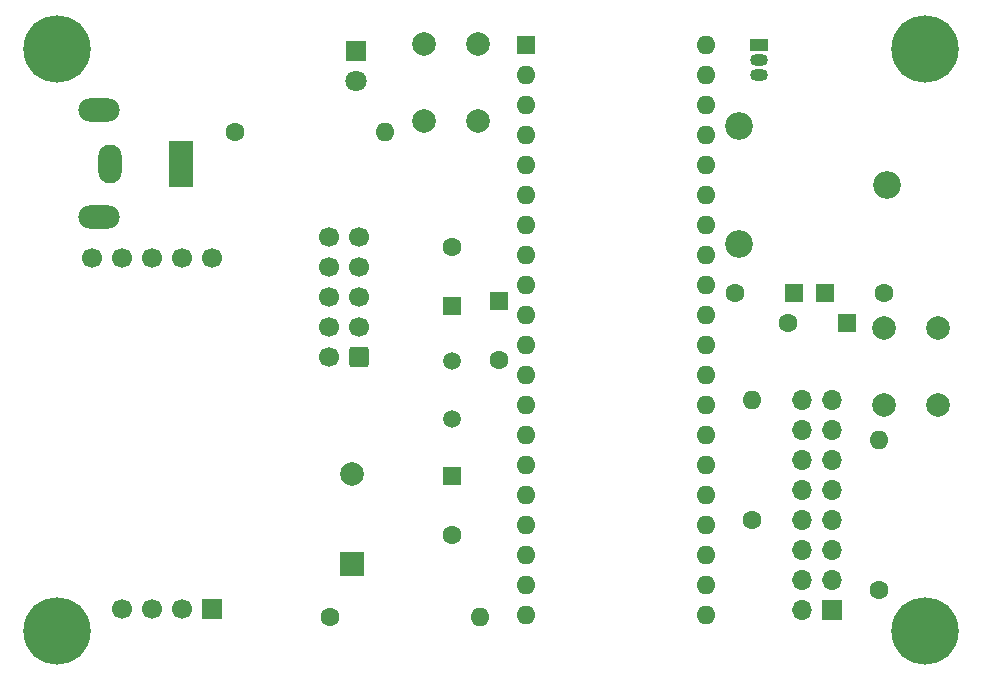
<source format=gbr>
%TF.GenerationSoftware,KiCad,Pcbnew,7.0.1*%
%TF.CreationDate,2023-05-16T22:34:38+02:00*%
%TF.ProjectId,PPURS projekt,50505552-5320-4707-926f-6a656b742e6b,rev?*%
%TF.SameCoordinates,Original*%
%TF.FileFunction,Soldermask,Top*%
%TF.FilePolarity,Negative*%
%FSLAX46Y46*%
G04 Gerber Fmt 4.6, Leading zero omitted, Abs format (unit mm)*
G04 Created by KiCad (PCBNEW 7.0.1) date 2023-05-16 22:34:38*
%MOMM*%
%LPD*%
G01*
G04 APERTURE LIST*
G04 Aperture macros list*
%AMRoundRect*
0 Rectangle with rounded corners*
0 $1 Rounding radius*
0 $2 $3 $4 $5 $6 $7 $8 $9 X,Y pos of 4 corners*
0 Add a 4 corners polygon primitive as box body*
4,1,4,$2,$3,$4,$5,$6,$7,$8,$9,$2,$3,0*
0 Add four circle primitives for the rounded corners*
1,1,$1+$1,$2,$3*
1,1,$1+$1,$4,$5*
1,1,$1+$1,$6,$7*
1,1,$1+$1,$8,$9*
0 Add four rect primitives between the rounded corners*
20,1,$1+$1,$2,$3,$4,$5,0*
20,1,$1+$1,$4,$5,$6,$7,0*
20,1,$1+$1,$6,$7,$8,$9,0*
20,1,$1+$1,$8,$9,$2,$3,0*%
G04 Aperture macros list end*
%ADD10R,1.600000X1.600000*%
%ADD11C,1.600000*%
%ADD12R,1.800000X1.800000*%
%ADD13C,1.800000*%
%ADD14C,1.500000*%
%ADD15R,1.700000X1.700000*%
%ADD16C,1.700000*%
%ADD17R,1.500000X1.050000*%
%ADD18O,1.500000X1.050000*%
%ADD19O,1.600000X1.600000*%
%ADD20C,3.600000*%
%ADD21C,5.700000*%
%ADD22R,2.000000X2.000000*%
%ADD23C,2.000000*%
%ADD24O,1.700000X1.700000*%
%ADD25C,2.340000*%
%ADD26R,2.000000X4.000000*%
%ADD27O,2.000000X3.300000*%
%ADD28O,3.500000X2.000000*%
%ADD29RoundRect,0.250000X0.600000X0.600000X-0.600000X0.600000X-0.600000X-0.600000X0.600000X-0.600000X0*%
G04 APERTURE END LIST*
D10*
%TO.C,C3*%
X143900000Y-104100000D03*
D11*
X143900000Y-109100000D03*
%TD*%
D12*
%TO.C,D1*%
X135790000Y-68095000D03*
D13*
X135790000Y-70635000D03*
%TD*%
D14*
%TO.C,Y1*%
X143900000Y-94420000D03*
X143900000Y-99300000D03*
%TD*%
D15*
%TO.C,Senseair S8*%
X123640000Y-115372500D03*
D16*
X121100000Y-115372500D03*
X118560000Y-115372500D03*
X116020000Y-115372500D03*
X113480000Y-85672500D03*
X116020000Y-85672500D03*
X118560000Y-85672500D03*
X121100000Y-85672500D03*
X123640000Y-85672500D03*
%TD*%
D10*
%TO.C,C6*%
X175500000Y-88600000D03*
D11*
X180500000Y-88600000D03*
%TD*%
D17*
%TO.C,U3*%
X169940000Y-67600000D03*
D18*
X169940000Y-68870000D03*
X169940000Y-70140000D03*
%TD*%
D11*
%TO.C,R1*%
X180100000Y-113800000D03*
D19*
X180100000Y-101100000D03*
%TD*%
D20*
%TO.C,H3*%
X184000000Y-117250000D03*
D21*
X184000000Y-117250000D03*
%TD*%
D20*
%TO.C,H2*%
X110500000Y-68000000D03*
D21*
X110500000Y-68000000D03*
%TD*%
D22*
%TO.C,BZ1*%
X135480000Y-111530000D03*
D23*
X135480000Y-103930000D03*
%TD*%
D24*
%TO.C,LCD*%
X173535000Y-115475000D03*
D15*
X176075000Y-115475000D03*
D24*
X173535000Y-112935000D03*
X176075000Y-112935000D03*
X173535000Y-110395000D03*
X176075000Y-110395000D03*
X173535000Y-107855000D03*
X176075000Y-107855000D03*
X173535000Y-105315000D03*
X176075000Y-105315000D03*
X173535000Y-102775000D03*
X176075000Y-102775000D03*
X173535000Y-100235000D03*
X176075000Y-100235000D03*
X173535000Y-97695000D03*
X176075000Y-97695000D03*
%TD*%
D25*
%TO.C,RV1*%
X168260000Y-84470000D03*
X180760000Y-79470000D03*
X168260000Y-74470000D03*
%TD*%
D10*
%TO.C,C5*%
X177380000Y-91170000D03*
D11*
X172380000Y-91170000D03*
%TD*%
D20*
%TO.C,H1*%
X184000000Y-68000000D03*
D21*
X184000000Y-68000000D03*
%TD*%
D20*
%TO.C,H4*%
X110500000Y-117250000D03*
D21*
X110500000Y-117250000D03*
%TD*%
D10*
%TO.C,C1*%
X147900000Y-89300000D03*
D11*
X147900000Y-94300000D03*
%TD*%
D26*
%TO.C,J3*%
X121020000Y-77670000D03*
D27*
X115020000Y-77670000D03*
D28*
X114020000Y-73170000D03*
X114020000Y-82170000D03*
%TD*%
D10*
%TO.C,C4*%
X143900000Y-89700000D03*
D11*
X143900000Y-84700000D03*
%TD*%
%TO.C,R3*%
X125600000Y-75000000D03*
D19*
X138300000Y-75000000D03*
%TD*%
D23*
%TO.C,SW1*%
X185050000Y-91600000D03*
X185050000Y-98100000D03*
X180550000Y-91600000D03*
X180550000Y-98100000D03*
%TD*%
D10*
%TO.C,C2*%
X172900000Y-88600000D03*
D11*
X167900000Y-88600000D03*
%TD*%
%TO.C,L1*%
X169357500Y-107860000D03*
D19*
X169357500Y-97700000D03*
%TD*%
D10*
%TO.C,ATmega 16A-P*%
X150232500Y-67647500D03*
D19*
X150232500Y-70187500D03*
X150232500Y-72727500D03*
X150232500Y-75267500D03*
X150232500Y-77807500D03*
X150232500Y-80347500D03*
X150232500Y-82887500D03*
X150232500Y-85427500D03*
X150232500Y-87967500D03*
X150232500Y-90507500D03*
X150232500Y-93047500D03*
X150232500Y-95587500D03*
X150232500Y-98127500D03*
X150232500Y-100667500D03*
X150232500Y-103207500D03*
X150232500Y-105747500D03*
X150232500Y-108287500D03*
X150232500Y-110827500D03*
X150232500Y-113367500D03*
X150232500Y-115907500D03*
X165472500Y-115907500D03*
X165472500Y-113367500D03*
X165472500Y-110827500D03*
X165472500Y-108287500D03*
X165472500Y-105747500D03*
X165472500Y-103207500D03*
X165472500Y-100667500D03*
X165472500Y-98127500D03*
X165472500Y-95587500D03*
X165472500Y-93047500D03*
X165472500Y-90507500D03*
X165472500Y-87967500D03*
X165472500Y-85427500D03*
X165472500Y-82887500D03*
X165472500Y-80347500D03*
X165472500Y-77807500D03*
X165472500Y-75267500D03*
X165472500Y-72727500D03*
X165472500Y-70187500D03*
X165472500Y-67647500D03*
%TD*%
D29*
%TO.C,PROGRAMATOR*%
X136040000Y-94010000D03*
D16*
X133500000Y-94010000D03*
X136040000Y-91470000D03*
X133500000Y-91470000D03*
X136040000Y-88930000D03*
X133500000Y-88930000D03*
X136040000Y-86390000D03*
X133500000Y-86390000D03*
X136040000Y-83850000D03*
X133500000Y-83850000D03*
%TD*%
D11*
%TO.C,R2*%
X133620000Y-116050000D03*
D19*
X146320000Y-116050000D03*
%TD*%
D23*
%TO.C,PB0*%
X146107500Y-67570000D03*
X146107500Y-74070000D03*
X141607500Y-67570000D03*
X141607500Y-74070000D03*
%TD*%
M02*

</source>
